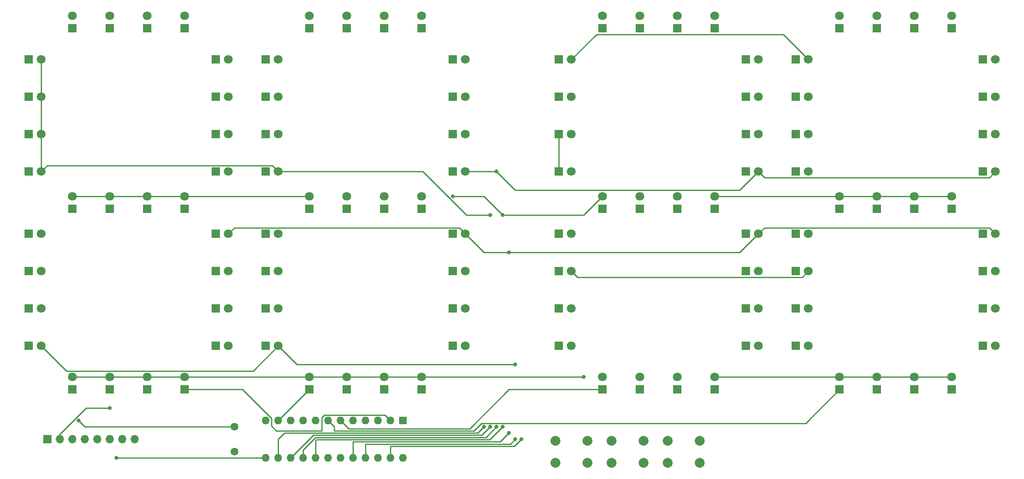
<source format=gbr>
%TF.GenerationSoftware,KiCad,Pcbnew,(6.0.9-0)*%
%TF.CreationDate,2022-11-15T20:56:47-05:00*%
%TF.ProjectId,clock,636c6f63-6b2e-46b6-9963-61645f706362,rev?*%
%TF.SameCoordinates,Original*%
%TF.FileFunction,Copper,L2,Bot*%
%TF.FilePolarity,Positive*%
%FSLAX46Y46*%
G04 Gerber Fmt 4.6, Leading zero omitted, Abs format (unit mm)*
G04 Created by KiCad (PCBNEW (6.0.9-0)) date 2022-11-15 20:56:47*
%MOMM*%
%LPD*%
G01*
G04 APERTURE LIST*
%TA.AperFunction,ComponentPad*%
%ADD10R,1.800000X1.800000*%
%TD*%
%TA.AperFunction,ComponentPad*%
%ADD11C,1.800000*%
%TD*%
%TA.AperFunction,ComponentPad*%
%ADD12C,1.600000*%
%TD*%
%TA.AperFunction,ComponentPad*%
%ADD13C,2.000000*%
%TD*%
%TA.AperFunction,ComponentPad*%
%ADD14R,1.600000X1.600000*%
%TD*%
%TA.AperFunction,ComponentPad*%
%ADD15O,1.600000X1.600000*%
%TD*%
%TA.AperFunction,ComponentPad*%
%ADD16R,1.700000X1.700000*%
%TD*%
%TA.AperFunction,ComponentPad*%
%ADD17O,1.700000X1.700000*%
%TD*%
%TA.AperFunction,ViaPad*%
%ADD18C,0.800000*%
%TD*%
%TA.AperFunction,Conductor*%
%ADD19C,0.250000*%
%TD*%
G04 APERTURE END LIST*
D10*
%TO.P,D104,1,K*%
%TO.N,DIG_1*%
X80640000Y-29210000D03*
D11*
%TO.P,D104,2,A*%
%TO.N,SEG_F*%
X83180000Y-29210000D03*
%TD*%
D10*
%TO.P,D72,1,K*%
%TO.N,DIG_1*%
X118740000Y-52070000D03*
D11*
%TO.P,D72,2,A*%
%TO.N,SEG_B*%
X121280000Y-52070000D03*
%TD*%
D10*
%TO.P,D1,1,K*%
%TO.N,DIG_2*%
X149220000Y-22860000D03*
D11*
%TO.P,D1,2,A*%
%TO.N,SEG_A*%
X149220000Y-20320000D03*
%TD*%
D12*
%TO.P,R1,1*%
%TO.N,VCC*%
X74290000Y-104140000D03*
%TO.P,R1,2*%
%TO.N,Net-(R1-Pad2)*%
X74290000Y-109220000D03*
%TD*%
D10*
%TO.P,D91,1,K*%
%TO.N,DIG_3*%
X188590000Y-72390000D03*
D11*
%TO.P,D91,2,A*%
%TO.N,SEG_E*%
X191130000Y-72390000D03*
%TD*%
D10*
%TO.P,D43,1,K*%
%TO.N,DIG_2*%
X140330000Y-36830000D03*
D11*
%TO.P,D43,2,A*%
%TO.N,SEG_F*%
X142870000Y-36830000D03*
%TD*%
D10*
%TO.P,D36,1,K*%
%TO.N,DIG_2*%
X140330000Y-64770000D03*
D11*
%TO.P,D36,2,A*%
%TO.N,SEG_E*%
X142870000Y-64770000D03*
%TD*%
D10*
%TO.P,D5,1,K*%
%TO.N,DIG_2*%
X178430000Y-29210000D03*
D11*
%TO.P,D5,2,A*%
%TO.N,SEG_B*%
X180970000Y-29210000D03*
%TD*%
D10*
%TO.P,D48,1,K*%
%TO.N,DIG_0*%
X32380000Y-29210000D03*
D11*
%TO.P,D48,2,A*%
%TO.N,SEG_F*%
X34920000Y-29210000D03*
%TD*%
D10*
%TO.P,D22,1,K*%
%TO.N,DIG_0*%
X70480000Y-72390000D03*
D11*
%TO.P,D22,2,A*%
%TO.N,SEG_C*%
X73020000Y-72390000D03*
%TD*%
D10*
%TO.P,D27,1,K*%
%TO.N,DIG_2*%
X156840000Y-96520000D03*
D11*
%TO.P,D27,2,A*%
%TO.N,SEG_D*%
X156840000Y-93980000D03*
%TD*%
D10*
%TO.P,D53,1,K*%
%TO.N,DIG_0*%
X41270000Y-59690000D03*
D11*
%TO.P,D53,2,A*%
%TO.N,SEG_G*%
X41270000Y-57150000D03*
%TD*%
D10*
%TO.P,D81,1,K*%
%TO.N,DIG_3*%
X220340000Y-96520000D03*
D11*
%TO.P,D81,2,A*%
%TO.N,SEG_D*%
X220340000Y-93980000D03*
%TD*%
D10*
%TO.P,D52,1,K*%
%TO.N,DIG_2*%
X172080000Y-59690000D03*
D11*
%TO.P,D52,2,A*%
%TO.N,SEG_G*%
X172080000Y-57150000D03*
%TD*%
D10*
%TO.P,D10,1,K*%
%TO.N,DIG_0*%
X48890000Y-22860000D03*
D11*
%TO.P,D10,2,A*%
%TO.N,SEG_A*%
X48890000Y-20320000D03*
%TD*%
D10*
%TO.P,D21,1,K*%
%TO.N,DIG_0*%
X70480000Y-64770000D03*
D11*
%TO.P,D21,2,A*%
%TO.N,SEG_C*%
X73020000Y-64770000D03*
%TD*%
D10*
%TO.P,D63,1,K*%
%TO.N,DIG_1*%
X104770000Y-22860000D03*
D11*
%TO.P,D63,2,A*%
%TO.N,SEG_A*%
X104770000Y-20320000D03*
%TD*%
D10*
%TO.P,D59,1,K*%
%TO.N,DIG_3*%
X212720000Y-22860000D03*
D11*
%TO.P,D59,2,A*%
%TO.N,SEG_A*%
X212720000Y-20320000D03*
%TD*%
D10*
%TO.P,D103,1,K*%
%TO.N,DIG_1*%
X80640000Y-36830000D03*
D11*
%TO.P,D103,2,A*%
%TO.N,SEG_F*%
X83180000Y-36830000D03*
%TD*%
D10*
%TO.P,D51,1,K*%
%TO.N,DIG_2*%
X164460000Y-59690000D03*
D11*
%TO.P,D51,2,A*%
%TO.N,SEG_G*%
X164460000Y-57150000D03*
%TD*%
D10*
%TO.P,D61,1,K*%
%TO.N,DIG_1*%
X89530000Y-22860000D03*
D11*
%TO.P,D61,2,A*%
%TO.N,SEG_A*%
X89530000Y-20320000D03*
%TD*%
D10*
%TO.P,D45,1,K*%
%TO.N,DIG_0*%
X32380000Y-52070000D03*
D11*
%TO.P,D45,2,A*%
%TO.N,SEG_F*%
X34920000Y-52070000D03*
%TD*%
D10*
%TO.P,D29,1,K*%
%TO.N,DIG_0*%
X64130000Y-96520000D03*
D11*
%TO.P,D29,2,A*%
%TO.N,SEG_D*%
X64130000Y-93980000D03*
%TD*%
D10*
%TO.P,D90,1,K*%
%TO.N,DIG_3*%
X188590000Y-80010000D03*
D11*
%TO.P,D90,2,A*%
%TO.N,SEG_E*%
X191130000Y-80010000D03*
%TD*%
D10*
%TO.P,D96,1,K*%
%TO.N,DIG_1*%
X80640000Y-64770000D03*
D11*
%TO.P,D96,2,A*%
%TO.N,SEG_E*%
X83180000Y-64770000D03*
%TD*%
D10*
%TO.P,D40,1,K*%
%TO.N,DIG_0*%
X32380000Y-64770000D03*
D11*
%TO.P,D40,2,A*%
%TO.N,SEG_E*%
X34920000Y-64770000D03*
%TD*%
D10*
%TO.P,D83,1,K*%
%TO.N,DIG_3*%
X205100000Y-96520000D03*
D11*
%TO.P,D83,2,A*%
%TO.N,SEG_D*%
X205100000Y-93980000D03*
%TD*%
D10*
%TO.P,D19,1,K*%
%TO.N,DIG_2*%
X178430000Y-80010000D03*
D11*
%TO.P,D19,2,A*%
%TO.N,SEG_C*%
X180970000Y-80010000D03*
%TD*%
D10*
%TO.P,D74,1,K*%
%TO.N,DIG_3*%
X226690000Y-72390000D03*
D11*
%TO.P,D74,2,A*%
%TO.N,SEG_C*%
X229230000Y-72390000D03*
%TD*%
D10*
%TO.P,D26,1,K*%
%TO.N,DIG_2*%
X164460000Y-96520000D03*
D11*
%TO.P,D26,2,A*%
%TO.N,SEG_D*%
X164460000Y-93980000D03*
%TD*%
D10*
%TO.P,D67,1,K*%
%TO.N,DIG_3*%
X226690000Y-44450000D03*
D11*
%TO.P,D67,2,A*%
%TO.N,SEG_B*%
X229230000Y-44450000D03*
%TD*%
D10*
%TO.P,D70,1,K*%
%TO.N,DIG_1*%
X118740000Y-36830000D03*
D11*
%TO.P,D70,2,A*%
%TO.N,SEG_B*%
X121280000Y-36830000D03*
%TD*%
D10*
%TO.P,D39,1,K*%
%TO.N,DIG_0*%
X32380000Y-72390000D03*
D11*
%TO.P,D39,2,A*%
%TO.N,SEG_E*%
X34920000Y-72390000D03*
%TD*%
D10*
%TO.P,D56,1,K*%
%TO.N,DIG_0*%
X64130000Y-59690000D03*
D11*
%TO.P,D56,2,A*%
%TO.N,SEG_G*%
X64130000Y-57150000D03*
%TD*%
D10*
%TO.P,D68,1,K*%
%TO.N,DIG_3*%
X226690000Y-52070000D03*
D11*
%TO.P,D68,2,A*%
%TO.N,SEG_B*%
X229230000Y-52070000D03*
%TD*%
D10*
%TO.P,D64,1,K*%
%TO.N,DIG_1*%
X112390000Y-22860000D03*
D11*
%TO.P,D64,2,A*%
%TO.N,SEG_A*%
X112390000Y-20320000D03*
%TD*%
D10*
%TO.P,D109,1,K*%
%TO.N,DIG_1*%
X89530000Y-59690000D03*
D11*
%TO.P,D109,2,A*%
%TO.N,SEG_G*%
X89530000Y-57150000D03*
%TD*%
D10*
%TO.P,D69,1,K*%
%TO.N,DIG_1*%
X118740000Y-29210000D03*
D11*
%TO.P,D69,2,A*%
%TO.N,SEG_B*%
X121280000Y-29210000D03*
%TD*%
D10*
%TO.P,D73,1,K*%
%TO.N,DIG_3*%
X226690000Y-64770000D03*
D11*
%TO.P,D73,2,A*%
%TO.N,SEG_C*%
X229230000Y-64770000D03*
%TD*%
D10*
%TO.P,D89,1,K*%
%TO.N,DIG_3*%
X188590000Y-87630000D03*
D11*
%TO.P,D89,2,A*%
%TO.N,SEG_E*%
X191130000Y-87630000D03*
%TD*%
D10*
%TO.P,D9,1,K*%
%TO.N,DIG_0*%
X41270000Y-22860000D03*
D11*
%TO.P,D9,2,A*%
%TO.N,SEG_A*%
X41270000Y-20320000D03*
%TD*%
D13*
%TO.P,SW2,1,1*%
%TO.N,DOWN*%
X151050000Y-111470000D03*
X157550000Y-111470000D03*
%TO.P,SW2,2,2*%
%TO.N,GND*%
X151050000Y-106970000D03*
X157550000Y-106970000D03*
%TD*%
D10*
%TO.P,D4,1,K*%
%TO.N,DIG_2*%
X172080000Y-22860000D03*
D11*
%TO.P,D4,2,A*%
%TO.N,SEG_A*%
X172080000Y-20320000D03*
%TD*%
D10*
%TO.P,D88,1,K*%
%TO.N,DIG_1*%
X89530000Y-96520000D03*
D11*
%TO.P,D88,2,A*%
%TO.N,SEG_D*%
X89530000Y-93980000D03*
%TD*%
D10*
%TO.P,D28,1,K*%
%TO.N,DIG_2*%
X149220000Y-96520000D03*
D11*
%TO.P,D28,2,A*%
%TO.N,SEG_D*%
X149220000Y-93980000D03*
%TD*%
D10*
%TO.P,D57,1,K*%
%TO.N,DIG_3*%
X197480000Y-22860000D03*
D11*
%TO.P,D57,2,A*%
%TO.N,SEG_A*%
X197480000Y-20320000D03*
%TD*%
D10*
%TO.P,D65,1,K*%
%TO.N,DIG_3*%
X226690000Y-29210000D03*
D11*
%TO.P,D65,2,A*%
%TO.N,SEG_B*%
X229230000Y-29210000D03*
%TD*%
D10*
%TO.P,D24,1,K*%
%TO.N,DIG_0*%
X70480000Y-87630000D03*
D11*
%TO.P,D24,2,A*%
%TO.N,SEG_C*%
X73020000Y-87630000D03*
%TD*%
D10*
%TO.P,D20,1,K*%
%TO.N,DIG_2*%
X178430000Y-87630000D03*
D11*
%TO.P,D20,2,A*%
%TO.N,SEG_C*%
X180970000Y-87630000D03*
%TD*%
D10*
%TO.P,D37,1,K*%
%TO.N,DIG_0*%
X32380000Y-87630000D03*
D11*
%TO.P,D37,2,A*%
%TO.N,SEG_E*%
X34920000Y-87630000D03*
%TD*%
D10*
%TO.P,D54,1,K*%
%TO.N,DIG_0*%
X48890000Y-59690000D03*
D11*
%TO.P,D54,2,A*%
%TO.N,SEG_G*%
X48890000Y-57150000D03*
%TD*%
D10*
%TO.P,D80,1,K*%
%TO.N,DIG_1*%
X118740000Y-87630000D03*
D11*
%TO.P,D80,2,A*%
%TO.N,SEG_C*%
X121280000Y-87630000D03*
%TD*%
D10*
%TO.P,D47,1,K*%
%TO.N,DIG_0*%
X32380000Y-36830000D03*
D11*
%TO.P,D47,2,A*%
%TO.N,SEG_F*%
X34920000Y-36830000D03*
%TD*%
D10*
%TO.P,D34,1,K*%
%TO.N,DIG_2*%
X140330000Y-80010000D03*
D11*
%TO.P,D34,2,A*%
%TO.N,SEG_E*%
X142870000Y-80010000D03*
%TD*%
D10*
%TO.P,D102,1,K*%
%TO.N,DIG_1*%
X80640000Y-44450000D03*
D11*
%TO.P,D102,2,A*%
%TO.N,SEG_F*%
X83180000Y-44450000D03*
%TD*%
D10*
%TO.P,D35,1,K*%
%TO.N,DIG_2*%
X140330000Y-72390000D03*
D11*
%TO.P,D35,2,A*%
%TO.N,SEG_E*%
X142870000Y-72390000D03*
%TD*%
D10*
%TO.P,D112,1,K*%
%TO.N,DIG_1*%
X112390000Y-59690000D03*
D11*
%TO.P,D112,2,A*%
%TO.N,SEG_G*%
X112390000Y-57150000D03*
%TD*%
D10*
%TO.P,D71,1,K*%
%TO.N,DIG_1*%
X118740000Y-44450000D03*
D11*
%TO.P,D71,2,A*%
%TO.N,SEG_B*%
X121280000Y-44450000D03*
%TD*%
D10*
%TO.P,D49,1,K*%
%TO.N,DIG_2*%
X149220000Y-59690000D03*
D11*
%TO.P,D49,2,A*%
%TO.N,SEG_G*%
X149220000Y-57150000D03*
%TD*%
D10*
%TO.P,D17,1,K*%
%TO.N,DIG_2*%
X178430000Y-64770000D03*
D11*
%TO.P,D17,2,A*%
%TO.N,SEG_C*%
X180970000Y-64770000D03*
%TD*%
D10*
%TO.P,D106,1,K*%
%TO.N,DIG_3*%
X205100000Y-59690000D03*
D11*
%TO.P,D106,2,A*%
%TO.N,SEG_G*%
X205100000Y-57150000D03*
%TD*%
D10*
%TO.P,D32,1,K*%
%TO.N,DIG_0*%
X41270000Y-96520000D03*
D11*
%TO.P,D32,2,A*%
%TO.N,SEG_D*%
X41270000Y-93980000D03*
%TD*%
D10*
%TO.P,D100,1,K*%
%TO.N,DIG_3*%
X188590000Y-29210000D03*
D11*
%TO.P,D100,2,A*%
%TO.N,SEG_F*%
X191130000Y-29210000D03*
%TD*%
D10*
%TO.P,D55,1,K*%
%TO.N,DIG_0*%
X56510000Y-59690000D03*
D11*
%TO.P,D55,2,A*%
%TO.N,SEG_G*%
X56510000Y-57150000D03*
%TD*%
D10*
%TO.P,D44,1,K*%
%TO.N,DIG_2*%
X140330000Y-29210000D03*
D11*
%TO.P,D44,2,A*%
%TO.N,SEG_F*%
X142870000Y-29210000D03*
%TD*%
D10*
%TO.P,D15,1,K*%
%TO.N,DIG_0*%
X70480000Y-44450000D03*
D11*
%TO.P,D15,2,A*%
%TO.N,SEG_B*%
X73020000Y-44450000D03*
%TD*%
D10*
%TO.P,D99,1,K*%
%TO.N,DIG_3*%
X188590000Y-36830000D03*
D11*
%TO.P,D99,2,A*%
%TO.N,SEG_F*%
X191130000Y-36830000D03*
%TD*%
D10*
%TO.P,D108,1,K*%
%TO.N,DIG_3*%
X220340000Y-59690000D03*
D11*
%TO.P,D108,2,A*%
%TO.N,SEG_G*%
X220340000Y-57150000D03*
%TD*%
D10*
%TO.P,D66,1,K*%
%TO.N,DIG_3*%
X226690000Y-36830000D03*
D11*
%TO.P,D66,2,A*%
%TO.N,SEG_B*%
X229230000Y-36830000D03*
%TD*%
D10*
%TO.P,D58,1,K*%
%TO.N,DIG_3*%
X205100000Y-22860000D03*
D11*
%TO.P,D58,2,A*%
%TO.N,SEG_A*%
X205100000Y-20320000D03*
%TD*%
D10*
%TO.P,D110,1,K*%
%TO.N,DIG_1*%
X97150000Y-59690000D03*
D11*
%TO.P,D110,2,A*%
%TO.N,SEG_G*%
X97150000Y-57150000D03*
%TD*%
D10*
%TO.P,D23,1,K*%
%TO.N,DIG_0*%
X70480000Y-80010000D03*
D11*
%TO.P,D23,2,A*%
%TO.N,SEG_C*%
X73020000Y-80010000D03*
%TD*%
D14*
%TO.P,U2,1,DIN*%
%TO.N,MOSI*%
X108585000Y-102880000D03*
D15*
%TO.P,U2,2,DIG_0*%
%TO.N,DIG_0*%
X106045000Y-102880000D03*
%TO.P,U2,3,DIG_4*%
%TO.N,unconnected-(U2-Pad3)*%
X103505000Y-102880000D03*
%TO.P,U2,4,GND*%
%TO.N,GND*%
X100965000Y-102880000D03*
%TO.P,U2,5,DIG_6*%
%TO.N,unconnected-(U2-Pad5)*%
X98425000Y-102880000D03*
%TO.P,U2,6,DIG_2*%
%TO.N,DIG_2*%
X95885000Y-102880000D03*
%TO.P,U2,7,DIG_3*%
%TO.N,DIG_3*%
X93345000Y-102880000D03*
%TO.P,U2,8,DIG_7*%
%TO.N,unconnected-(U2-Pad8)*%
X90805000Y-102880000D03*
%TO.P,U2,9,GND*%
%TO.N,GND*%
X88265000Y-102880000D03*
%TO.P,U2,10,DIG_5*%
%TO.N,unconnected-(U2-Pad10)*%
X85725000Y-102880000D03*
%TO.P,U2,11,DIG_1*%
%TO.N,DIG_1*%
X83185000Y-102880000D03*
%TO.P,U2,12,LOAD*%
%TO.N,CE*%
X80645000Y-102880000D03*
%TO.P,U2,13,CLK*%
%TO.N,SCK*%
X80645000Y-110500000D03*
%TO.P,U2,14,SEG_A*%
%TO.N,SEG_A*%
X83185000Y-110500000D03*
%TO.P,U2,15,SEG_F*%
%TO.N,SEG_F*%
X85725000Y-110500000D03*
%TO.P,U2,16,SEG_B*%
%TO.N,SEG_B*%
X88265000Y-110500000D03*
%TO.P,U2,17,SEG_G*%
%TO.N,SEG_G*%
X90805000Y-110500000D03*
%TO.P,U2,18,ISET*%
%TO.N,Net-(R1-Pad2)*%
X93345000Y-110500000D03*
%TO.P,U2,19,V+*%
%TO.N,VCC*%
X95885000Y-110500000D03*
%TO.P,U2,20,SEG_C*%
%TO.N,SEG_C*%
X98425000Y-110500000D03*
%TO.P,U2,21,SEG_E*%
%TO.N,SEG_E*%
X100965000Y-110500000D03*
%TO.P,U2,22,SEG_DP*%
%TO.N,unconnected-(U2-Pad22)*%
X103505000Y-110500000D03*
%TO.P,U2,23,SEG_D*%
%TO.N,SEG_D*%
X106045000Y-110500000D03*
%TO.P,U2,24,DOUT*%
%TO.N,unconnected-(U2-Pad24)*%
X108585000Y-110500000D03*
%TD*%
D10*
%TO.P,D33,1,K*%
%TO.N,DIG_2*%
X140330000Y-87630000D03*
D11*
%TO.P,D33,2,A*%
%TO.N,SEG_E*%
X142870000Y-87630000D03*
%TD*%
D10*
%TO.P,D92,1,K*%
%TO.N,DIG_3*%
X188590000Y-64770000D03*
D11*
%TO.P,D92,2,A*%
%TO.N,SEG_E*%
X191130000Y-64770000D03*
%TD*%
D10*
%TO.P,D7,1,K*%
%TO.N,DIG_2*%
X178430000Y-44450000D03*
D11*
%TO.P,D7,2,A*%
%TO.N,SEG_B*%
X180970000Y-44450000D03*
%TD*%
D10*
%TO.P,D82,1,K*%
%TO.N,DIG_3*%
X212720000Y-96520000D03*
D11*
%TO.P,D82,2,A*%
%TO.N,SEG_D*%
X212720000Y-93980000D03*
%TD*%
D10*
%TO.P,D79,1,K*%
%TO.N,DIG_1*%
X118740000Y-80010000D03*
D11*
%TO.P,D79,2,A*%
%TO.N,SEG_C*%
X121280000Y-80010000D03*
%TD*%
D10*
%TO.P,D30,1,K*%
%TO.N,DIG_0*%
X56510000Y-96520000D03*
D11*
%TO.P,D30,2,A*%
%TO.N,SEG_D*%
X56510000Y-93980000D03*
%TD*%
D10*
%TO.P,D95,1,K*%
%TO.N,DIG_1*%
X80640000Y-72390000D03*
D11*
%TO.P,D95,2,A*%
%TO.N,SEG_E*%
X83180000Y-72390000D03*
%TD*%
D10*
%TO.P,D16,1,K*%
%TO.N,DIG_0*%
X70480000Y-52070000D03*
D11*
%TO.P,D16,2,A*%
%TO.N,SEG_B*%
X73020000Y-52070000D03*
%TD*%
D10*
%TO.P,D13,1,K*%
%TO.N,DIG_0*%
X70480000Y-29210000D03*
D11*
%TO.P,D13,2,A*%
%TO.N,SEG_B*%
X73020000Y-29210000D03*
%TD*%
D10*
%TO.P,D60,1,K*%
%TO.N,DIG_3*%
X220340000Y-22860000D03*
D11*
%TO.P,D60,2,A*%
%TO.N,SEG_A*%
X220340000Y-20320000D03*
%TD*%
D10*
%TO.P,D2,1,K*%
%TO.N,DIG_2*%
X156840000Y-22860000D03*
D11*
%TO.P,D2,2,A*%
%TO.N,SEG_A*%
X156840000Y-20320000D03*
%TD*%
D10*
%TO.P,D11,1,K*%
%TO.N,DIG_0*%
X56510000Y-22860000D03*
D11*
%TO.P,D11,2,A*%
%TO.N,SEG_A*%
X56510000Y-20320000D03*
%TD*%
D10*
%TO.P,D101,1,K*%
%TO.N,DIG_1*%
X80640000Y-52070000D03*
D11*
%TO.P,D101,2,A*%
%TO.N,SEG_F*%
X83180000Y-52070000D03*
%TD*%
D13*
%TO.P,SW3,1,1*%
%TO.N,SET*%
X162480000Y-111470000D03*
X168980000Y-111470000D03*
%TO.P,SW3,2,2*%
%TO.N,GND*%
X162480000Y-106970000D03*
X168980000Y-106970000D03*
%TD*%
D10*
%TO.P,D50,1,K*%
%TO.N,DIG_2*%
X156840000Y-59690000D03*
D11*
%TO.P,D50,2,A*%
%TO.N,SEG_G*%
X156840000Y-57150000D03*
%TD*%
D10*
%TO.P,D86,1,K*%
%TO.N,DIG_1*%
X104770000Y-96520000D03*
D11*
%TO.P,D86,2,A*%
%TO.N,SEG_D*%
X104770000Y-93980000D03*
%TD*%
D10*
%TO.P,D3,1,K*%
%TO.N,DIG_2*%
X164460000Y-22860000D03*
D11*
%TO.P,D3,2,A*%
%TO.N,SEG_A*%
X164460000Y-20320000D03*
%TD*%
D10*
%TO.P,D76,1,K*%
%TO.N,DIG_3*%
X226690000Y-87630000D03*
D11*
%TO.P,D76,2,A*%
%TO.N,SEG_C*%
X229230000Y-87630000D03*
%TD*%
D10*
%TO.P,D14,1,K*%
%TO.N,DIG_0*%
X70480000Y-36830000D03*
D11*
%TO.P,D14,2,A*%
%TO.N,SEG_B*%
X73020000Y-36830000D03*
%TD*%
D10*
%TO.P,D78,1,K*%
%TO.N,DIG_1*%
X118740000Y-72390000D03*
D11*
%TO.P,D78,2,A*%
%TO.N,SEG_C*%
X121280000Y-72390000D03*
%TD*%
D10*
%TO.P,D42,1,K*%
%TO.N,DIG_2*%
X140330000Y-44450000D03*
D11*
%TO.P,D42,2,A*%
%TO.N,SEG_F*%
X142870000Y-44450000D03*
%TD*%
D16*
%TO.P,J1,1,Pin_1*%
%TO.N,VCC*%
X36205000Y-106655000D03*
D17*
%TO.P,J1,2,Pin_2*%
%TO.N,GND*%
X38745000Y-106655000D03*
%TO.P,J1,3,Pin_3*%
%TO.N,MOSI*%
X41285000Y-106655000D03*
%TO.P,J1,4,Pin_4*%
%TO.N,CE*%
X43825000Y-106655000D03*
%TO.P,J1,5,Pin_5*%
%TO.N,SCK*%
X46365000Y-106655000D03*
%TO.P,J1,6,Pin_6*%
%TO.N,UP*%
X48905000Y-106655000D03*
%TO.P,J1,7,Pin_7*%
%TO.N,DOWN*%
X51445000Y-106655000D03*
%TO.P,J1,8,Pin_8*%
%TO.N,SET*%
X53985000Y-106655000D03*
%TD*%
D10*
%TO.P,D97,1,K*%
%TO.N,DIG_3*%
X188590000Y-52070000D03*
D11*
%TO.P,D97,2,A*%
%TO.N,SEG_F*%
X191130000Y-52070000D03*
%TD*%
D10*
%TO.P,D98,1,K*%
%TO.N,DIG_3*%
X188590000Y-44450000D03*
D11*
%TO.P,D98,2,A*%
%TO.N,SEG_F*%
X191130000Y-44450000D03*
%TD*%
D10*
%TO.P,D94,1,K*%
%TO.N,DIG_1*%
X80640000Y-80010000D03*
D11*
%TO.P,D94,2,A*%
%TO.N,SEG_E*%
X83180000Y-80010000D03*
%TD*%
D10*
%TO.P,D38,1,K*%
%TO.N,DIG_0*%
X32380000Y-80010000D03*
D11*
%TO.P,D38,2,A*%
%TO.N,SEG_E*%
X34920000Y-80010000D03*
%TD*%
D10*
%TO.P,D85,1,K*%
%TO.N,DIG_1*%
X112390000Y-96520000D03*
D11*
%TO.P,D85,2,A*%
%TO.N,SEG_D*%
X112390000Y-93980000D03*
%TD*%
D10*
%TO.P,D77,1,K*%
%TO.N,DIG_1*%
X118740000Y-64770000D03*
D11*
%TO.P,D77,2,A*%
%TO.N,SEG_C*%
X121280000Y-64770000D03*
%TD*%
D10*
%TO.P,D8,1,K*%
%TO.N,DIG_2*%
X178430000Y-52070000D03*
D11*
%TO.P,D8,2,A*%
%TO.N,SEG_B*%
X180970000Y-52070000D03*
%TD*%
D10*
%TO.P,D93,1,K*%
%TO.N,DIG_1*%
X80640000Y-87630000D03*
D11*
%TO.P,D93,2,A*%
%TO.N,SEG_E*%
X83180000Y-87630000D03*
%TD*%
D10*
%TO.P,D41,1,K*%
%TO.N,DIG_2*%
X140330000Y-52070000D03*
D11*
%TO.P,D41,2,A*%
%TO.N,SEG_F*%
X142870000Y-52070000D03*
%TD*%
D10*
%TO.P,D12,1,K*%
%TO.N,DIG_0*%
X64130000Y-22860000D03*
D11*
%TO.P,D12,2,A*%
%TO.N,SEG_A*%
X64130000Y-20320000D03*
%TD*%
D10*
%TO.P,D25,1,K*%
%TO.N,DIG_2*%
X172080000Y-96520000D03*
D11*
%TO.P,D25,2,A*%
%TO.N,SEG_D*%
X172080000Y-93980000D03*
%TD*%
D10*
%TO.P,D105,1,K*%
%TO.N,DIG_3*%
X197480000Y-59690000D03*
D11*
%TO.P,D105,2,A*%
%TO.N,SEG_G*%
X197480000Y-57150000D03*
%TD*%
D10*
%TO.P,D31,1,K*%
%TO.N,DIG_0*%
X48890000Y-96520000D03*
D11*
%TO.P,D31,2,A*%
%TO.N,SEG_D*%
X48890000Y-93980000D03*
%TD*%
D10*
%TO.P,D18,1,K*%
%TO.N,DIG_2*%
X178430000Y-72390000D03*
D11*
%TO.P,D18,2,A*%
%TO.N,SEG_C*%
X180970000Y-72390000D03*
%TD*%
D10*
%TO.P,D107,1,K*%
%TO.N,DIG_3*%
X212720000Y-59690000D03*
D11*
%TO.P,D107,2,A*%
%TO.N,SEG_G*%
X212720000Y-57150000D03*
%TD*%
D10*
%TO.P,D75,1,K*%
%TO.N,DIG_3*%
X226690000Y-80010000D03*
D11*
%TO.P,D75,2,A*%
%TO.N,SEG_C*%
X229230000Y-80010000D03*
%TD*%
D10*
%TO.P,D87,1,K*%
%TO.N,DIG_1*%
X97150000Y-96520000D03*
D11*
%TO.P,D87,2,A*%
%TO.N,SEG_D*%
X97150000Y-93980000D03*
%TD*%
D10*
%TO.P,D84,1,K*%
%TO.N,DIG_3*%
X197480000Y-96520000D03*
D11*
%TO.P,D84,2,A*%
%TO.N,SEG_D*%
X197480000Y-93980000D03*
%TD*%
D13*
%TO.P,SW1,1,1*%
%TO.N,UP*%
X146120000Y-111470000D03*
X139620000Y-111470000D03*
%TO.P,SW1,2,2*%
%TO.N,GND*%
X139620000Y-106970000D03*
X146120000Y-106970000D03*
%TD*%
D10*
%TO.P,D46,1,K*%
%TO.N,DIG_0*%
X32380000Y-44450000D03*
D11*
%TO.P,D46,2,A*%
%TO.N,SEG_F*%
X34920000Y-44450000D03*
%TD*%
D10*
%TO.P,D111,1,K*%
%TO.N,DIG_1*%
X104770000Y-59690000D03*
D11*
%TO.P,D111,2,A*%
%TO.N,SEG_G*%
X104770000Y-57150000D03*
%TD*%
D10*
%TO.P,D6,1,K*%
%TO.N,DIG_2*%
X178430000Y-36830000D03*
D11*
%TO.P,D6,2,A*%
%TO.N,SEG_B*%
X180970000Y-36830000D03*
%TD*%
D10*
%TO.P,D62,1,K*%
%TO.N,DIG_1*%
X97150000Y-22860000D03*
D11*
%TO.P,D62,2,A*%
%TO.N,SEG_A*%
X97150000Y-20320000D03*
%TD*%
D18*
%TO.N,SEG_A*%
X125090000Y-104140000D03*
%TO.N,SEG_B*%
X127630000Y-52070000D03*
X127630000Y-104140000D03*
%TO.N,SEG_C*%
X130170000Y-68580000D03*
X130170000Y-105410000D03*
%TO.N,SEG_D*%
X132710000Y-106680000D03*
X145410000Y-93980000D03*
%TO.N,SEG_E*%
X131440000Y-91440000D03*
X131440000Y-106680000D03*
%TO.N,SEG_F*%
X126360000Y-104140000D03*
X126360000Y-60960000D03*
%TO.N,SEG_G*%
X118740000Y-57150000D03*
X128900000Y-60960000D03*
X128900000Y-104140000D03*
%TO.N,VCC*%
X42540000Y-102870000D03*
%TO.N,GND*%
X48890000Y-100330000D03*
%TO.N,SCK*%
X50210000Y-110500000D03*
%TD*%
D19*
%TO.N,DIG_2*%
X122180000Y-104510000D02*
X130170000Y-96520000D01*
X130170000Y-96520000D02*
X149220000Y-96520000D01*
X97515000Y-104510000D02*
X122180000Y-104510000D01*
X95885000Y-102880000D02*
X97515000Y-104510000D01*
X140330000Y-44450000D02*
X140330000Y-52070000D01*
%TO.N,SEG_A*%
X83185000Y-106675000D02*
X83185000Y-110500000D01*
X125090000Y-104140000D02*
X123820000Y-105410000D01*
X84450000Y-105410000D02*
X123820000Y-105410000D01*
X84450000Y-105410000D02*
X83185000Y-106675000D01*
%TO.N,SEG_B*%
X228005000Y-53295000D02*
X229230000Y-52070000D01*
X180970000Y-52070000D02*
X182195000Y-53295000D01*
X127630000Y-52070000D02*
X121280000Y-52070000D01*
X182195000Y-53295000D02*
X228005000Y-53295000D01*
X88265000Y-110500000D02*
X88265000Y-108845000D01*
X90800000Y-106310000D02*
X125460000Y-106310000D01*
X131440000Y-55880000D02*
X177160000Y-55880000D01*
X127630000Y-52070000D02*
X131440000Y-55880000D01*
X88265000Y-108845000D02*
X90800000Y-106310000D01*
X177160000Y-55880000D02*
X180970000Y-52070000D01*
X125460000Y-106310000D02*
X127630000Y-104140000D01*
%TO.N,DIG_0*%
X106045000Y-102880000D02*
X104920000Y-101755000D01*
X81770000Y-102414009D02*
X75875991Y-96520000D01*
X104920000Y-101755000D02*
X92589009Y-101755000D01*
X75875991Y-96520000D02*
X64130000Y-96520000D01*
X92589009Y-101755000D02*
X92070000Y-102274009D01*
X92070000Y-104960000D02*
X82730000Y-104960000D01*
X92070000Y-102274009D02*
X92070000Y-104960000D01*
X81770000Y-104000000D02*
X81770000Y-102414009D01*
X82730000Y-104960000D02*
X81770000Y-104000000D01*
%TO.N,SEG_C*%
X128370000Y-107210000D02*
X130170000Y-105410000D01*
X229230000Y-64770000D02*
X228005000Y-63545000D01*
X228005000Y-63545000D02*
X182195000Y-63545000D01*
X182195000Y-63545000D02*
X180970000Y-64770000D01*
X177160000Y-68580000D02*
X180970000Y-64770000D01*
X125090000Y-68580000D02*
X121280000Y-64770000D01*
X121280000Y-64770000D02*
X120055000Y-63545000D01*
X98425000Y-107215000D02*
X98420000Y-107210000D01*
X130170000Y-68580000D02*
X177160000Y-68580000D01*
X98425000Y-110500000D02*
X98425000Y-107215000D01*
X130170000Y-68580000D02*
X125090000Y-68580000D01*
X74245000Y-63545000D02*
X73020000Y-64770000D01*
X120055000Y-63545000D02*
X74245000Y-63545000D01*
X98420000Y-107210000D02*
X128370000Y-107210000D01*
%TO.N,SEG_D*%
X106045000Y-108115000D02*
X106040000Y-108110000D01*
X89530000Y-93980000D02*
X64130000Y-93980000D01*
X131280000Y-108110000D02*
X132710000Y-106680000D01*
X112390000Y-93980000D02*
X89530000Y-93980000D01*
X41270000Y-93980000D02*
X64130000Y-93980000D01*
X172080000Y-93980000D02*
X197480000Y-93980000D01*
X106040000Y-108110000D02*
X131280000Y-108110000D01*
X106045000Y-110500000D02*
X106045000Y-108115000D01*
X145410000Y-93980000D02*
X112390000Y-93980000D01*
X197480000Y-93980000D02*
X220340000Y-93980000D01*
%TO.N,SEG_E*%
X100965000Y-110500000D02*
X100965000Y-107665000D01*
X131440000Y-91440000D02*
X86990000Y-91440000D01*
X100965000Y-107665000D02*
X100960000Y-107660000D01*
X40045000Y-92755000D02*
X34920000Y-87630000D01*
X86990000Y-91440000D02*
X83180000Y-87630000D01*
X189905000Y-73615000D02*
X191130000Y-72390000D01*
X130460000Y-107660000D02*
X131440000Y-106680000D01*
X142870000Y-72390000D02*
X144095000Y-73615000D01*
X83180000Y-87630000D02*
X78055000Y-92755000D01*
X78055000Y-92755000D02*
X40045000Y-92755000D01*
X100960000Y-107660000D02*
X130460000Y-107660000D01*
X144095000Y-73615000D02*
X189905000Y-73615000D01*
%TO.N,SEG_F*%
X34920000Y-52070000D02*
X34920000Y-29210000D01*
X147995000Y-24085000D02*
X186005000Y-24085000D01*
X126360000Y-60960000D02*
X121524695Y-60960000D01*
X121524695Y-60960000D02*
X112634695Y-52070000D01*
X36145000Y-50845000D02*
X34920000Y-52070000D01*
X81955000Y-50845000D02*
X36145000Y-50845000D01*
X142870000Y-29210000D02*
X147995000Y-24085000D01*
X124640000Y-105860000D02*
X126360000Y-104140000D01*
X83180000Y-52070000D02*
X81955000Y-50845000D01*
X90365000Y-105860000D02*
X124640000Y-105860000D01*
X186005000Y-24085000D02*
X191130000Y-29210000D01*
X112634695Y-52070000D02*
X83180000Y-52070000D01*
X85725000Y-110500000D02*
X90365000Y-105860000D01*
%TO.N,SEG_G*%
X90986396Y-106760000D02*
X126280000Y-106760000D01*
X90805000Y-110500000D02*
X90805000Y-106941396D01*
X128900000Y-60960000D02*
X125090000Y-57150000D01*
X172080000Y-57150000D02*
X220340000Y-57150000D01*
X107310000Y-106760000D02*
X111040000Y-106760000D01*
X145410000Y-60960000D02*
X149220000Y-57150000D01*
X90805000Y-106941396D02*
X90933198Y-106813198D01*
X41270000Y-57150000D02*
X89530000Y-57150000D01*
X111040000Y-106760000D02*
X111120000Y-106760000D01*
X128900000Y-60960000D02*
X145410000Y-60960000D01*
X107310000Y-106760000D02*
X126280000Y-106760000D01*
X90933198Y-106813198D02*
X90986396Y-106760000D01*
X125090000Y-57150000D02*
X118740000Y-57150000D01*
X126280000Y-106760000D02*
X128900000Y-104140000D01*
%TO.N,DIG_3*%
X190585000Y-103415000D02*
X197480000Y-96520000D01*
X94610000Y-104145000D02*
X94610000Y-104960000D01*
X124545000Y-103415000D02*
X190585000Y-103415000D01*
X123000000Y-104960000D02*
X124545000Y-103415000D01*
X93345000Y-102880000D02*
X94610000Y-104145000D01*
X94610000Y-104960000D02*
X123000000Y-104960000D01*
%TO.N,DIG_1*%
X83185000Y-102880000D02*
X89530000Y-96535000D01*
X89530000Y-96535000D02*
X89530000Y-96520000D01*
%TO.N,VCC*%
X42540000Y-102870000D02*
X43810000Y-104140000D01*
X43810000Y-104140000D02*
X74290000Y-104140000D01*
%TO.N,GND*%
X48890000Y-100330000D02*
X44054695Y-100330000D01*
X38745000Y-105639695D02*
X38745000Y-106655000D01*
X44054695Y-100330000D02*
X38745000Y-105639695D01*
%TO.N,SCK*%
X50210000Y-110500000D02*
X80645000Y-110500000D01*
%TD*%
M02*

</source>
